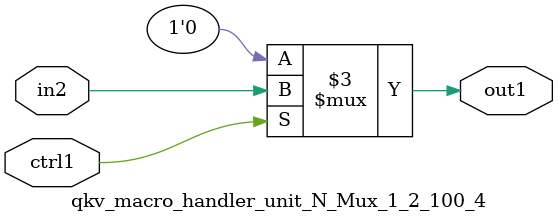
<source format=v>

`timescale 1ps / 1ps


module qkv_macro_handler_unit_N_Mux_1_2_100_4( in2, ctrl1, out1 );

    input in2;
    input ctrl1;
    output out1;
    reg out1;

    
    // rtl_process:qkv_macro_handler_unit_N_Mux_1_2_100_4/qkv_macro_handler_unit_N_Mux_1_2_100_4_thread_1
    always @*
      begin : qkv_macro_handler_unit_N_Mux_1_2_100_4_thread_1
        case (ctrl1) 
          1'b1: 
            begin
              out1 = in2;
            end
          default: 
            begin
              out1 = 1'b0;
            end
        endcase
      end

endmodule



</source>
